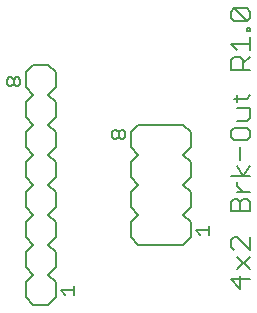
<source format=gto>
G75*
%MOIN*%
%OFA0B0*%
%FSLAX25Y25*%
%IPPOS*%
%LPD*%
%AMOC8*
5,1,8,0,0,1.08239X$1,22.5*
%
%ADD10C,0.00600*%
%ADD11C,0.00500*%
D10*
X0021000Y0023500D02*
X0023500Y0021000D01*
X0028500Y0021000D01*
X0031000Y0023500D01*
X0031000Y0028500D01*
X0028500Y0031000D01*
X0031000Y0033500D01*
X0031000Y0038500D01*
X0028500Y0041000D01*
X0031000Y0043500D01*
X0031000Y0048500D01*
X0028500Y0051000D01*
X0031000Y0053500D01*
X0031000Y0058500D01*
X0028500Y0061000D01*
X0031000Y0063500D01*
X0031000Y0068500D01*
X0028500Y0071000D01*
X0031000Y0073500D01*
X0031000Y0078500D01*
X0028500Y0081000D01*
X0031000Y0083500D01*
X0031000Y0088500D01*
X0028500Y0091000D01*
X0031000Y0093500D01*
X0031000Y0098500D01*
X0028500Y0101000D01*
X0023500Y0101000D01*
X0021000Y0098500D01*
X0021000Y0093500D01*
X0023500Y0091000D01*
X0021000Y0088500D01*
X0021000Y0083500D01*
X0023500Y0081000D01*
X0021000Y0078500D01*
X0021000Y0073500D01*
X0023500Y0071000D01*
X0021000Y0068500D01*
X0021000Y0063500D01*
X0023500Y0061000D01*
X0021000Y0058500D01*
X0021000Y0053500D01*
X0023500Y0051000D01*
X0021000Y0048500D01*
X0021000Y0043500D01*
X0023500Y0041000D01*
X0021000Y0038500D01*
X0021000Y0033500D01*
X0023500Y0031000D01*
X0021000Y0028500D01*
X0021000Y0023500D01*
X0056000Y0043500D02*
X0058500Y0041000D01*
X0073500Y0041000D01*
X0076000Y0043500D01*
X0076000Y0048500D01*
X0073500Y0051000D01*
X0076000Y0053500D01*
X0076000Y0058500D01*
X0073500Y0061000D01*
X0076000Y0063500D01*
X0076000Y0068500D01*
X0073500Y0071000D01*
X0076000Y0073500D01*
X0076000Y0078500D01*
X0073500Y0081000D01*
X0058500Y0081000D01*
X0056000Y0078500D01*
X0056000Y0073500D01*
X0058500Y0071000D01*
X0056000Y0068500D01*
X0056000Y0063500D01*
X0058500Y0061000D01*
X0056000Y0058500D01*
X0056000Y0053500D01*
X0058500Y0051000D01*
X0056000Y0048500D01*
X0056000Y0043500D01*
X0089295Y0042394D02*
X0089295Y0040259D01*
X0090362Y0039191D01*
X0091430Y0037016D02*
X0095700Y0032745D01*
X0095700Y0029503D02*
X0089295Y0029503D01*
X0092497Y0026300D01*
X0092497Y0030570D01*
X0091430Y0032745D02*
X0095700Y0037016D01*
X0095700Y0039191D02*
X0091430Y0043461D01*
X0090362Y0043461D01*
X0089295Y0042394D01*
X0095700Y0043461D02*
X0095700Y0039191D01*
X0095700Y0052082D02*
X0089295Y0052082D01*
X0089295Y0055285D01*
X0090362Y0056352D01*
X0091430Y0056352D01*
X0092497Y0055285D01*
X0092497Y0052082D01*
X0092497Y0055285D02*
X0093565Y0056352D01*
X0094632Y0056352D01*
X0095700Y0055285D01*
X0095700Y0052082D01*
X0095700Y0058527D02*
X0091430Y0058527D01*
X0093565Y0058527D02*
X0091430Y0060663D01*
X0091430Y0061730D01*
X0093565Y0063899D02*
X0091430Y0067101D01*
X0092497Y0069270D02*
X0092497Y0073540D01*
X0090362Y0075715D02*
X0089295Y0076783D01*
X0089295Y0078918D01*
X0090362Y0079986D01*
X0094632Y0079986D01*
X0095700Y0078918D01*
X0095700Y0076783D01*
X0094632Y0075715D01*
X0090362Y0075715D01*
X0091430Y0082161D02*
X0094632Y0082161D01*
X0095700Y0083229D01*
X0095700Y0086431D01*
X0091430Y0086431D01*
X0091430Y0088606D02*
X0091430Y0090742D01*
X0090362Y0089674D02*
X0094632Y0089674D01*
X0095700Y0090742D01*
X0095700Y0099349D02*
X0089295Y0099349D01*
X0089295Y0102552D01*
X0090362Y0103619D01*
X0092497Y0103619D01*
X0093565Y0102552D01*
X0093565Y0099349D01*
X0093565Y0101484D02*
X0095700Y0103619D01*
X0095700Y0105794D02*
X0095700Y0110065D01*
X0095700Y0107930D02*
X0089295Y0107930D01*
X0091430Y0105794D01*
X0094632Y0112240D02*
X0094632Y0113308D01*
X0095700Y0113308D01*
X0095700Y0112240D01*
X0094632Y0112240D01*
X0094632Y0115463D02*
X0090362Y0119733D01*
X0094632Y0119733D01*
X0095700Y0118665D01*
X0095700Y0116530D01*
X0094632Y0115463D01*
X0090362Y0115463D01*
X0089295Y0116530D01*
X0089295Y0118665D01*
X0090362Y0119733D01*
X0095700Y0067101D02*
X0093565Y0063899D01*
X0095700Y0063899D02*
X0089295Y0063899D01*
D11*
X0082250Y0047253D02*
X0082250Y0044250D01*
X0082250Y0045751D02*
X0077746Y0045751D01*
X0079247Y0044250D01*
X0053499Y0076250D02*
X0052749Y0076250D01*
X0051998Y0077001D01*
X0051998Y0078502D01*
X0052749Y0079253D01*
X0053499Y0079253D01*
X0054250Y0078502D01*
X0054250Y0077001D01*
X0053499Y0076250D01*
X0051998Y0077001D02*
X0051247Y0076250D01*
X0050497Y0076250D01*
X0049746Y0077001D01*
X0049746Y0078502D01*
X0050497Y0079253D01*
X0051247Y0079253D01*
X0051998Y0078502D01*
X0019250Y0094501D02*
X0018499Y0093750D01*
X0017749Y0093750D01*
X0016998Y0094501D01*
X0016998Y0096002D01*
X0017749Y0096753D01*
X0018499Y0096753D01*
X0019250Y0096002D01*
X0019250Y0094501D01*
X0016998Y0094501D02*
X0016247Y0093750D01*
X0015497Y0093750D01*
X0014746Y0094501D01*
X0014746Y0096002D01*
X0015497Y0096753D01*
X0016247Y0096753D01*
X0016998Y0096002D01*
X0037250Y0027253D02*
X0037250Y0024250D01*
X0037250Y0025751D02*
X0032746Y0025751D01*
X0034247Y0024250D01*
M02*

</source>
